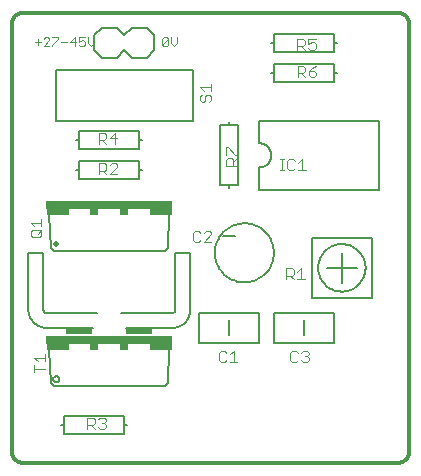
<source format=gto>
G75*
%MOIN*%
%OFA0B0*%
%FSLAX24Y24*%
%IPPOS*%
%LPD*%
%AMOC8*
5,1,8,0,0,1.08239X$1,22.5*
%
%ADD10C,0.0120*%
%ADD11C,0.0030*%
%ADD12C,0.0060*%
%ADD13R,0.0900X0.0200*%
%ADD14C,0.0040*%
%ADD15C,0.0200*%
%ADD16R,0.4200X0.0300*%
%ADD17R,0.0750X0.0200*%
%ADD18R,0.0300X0.0200*%
%ADD19C,0.0050*%
%ADD20C,0.0080*%
D10*
X000160Y000535D02*
X000160Y014785D01*
X000162Y014822D01*
X000167Y014858D01*
X000176Y014894D01*
X000189Y014929D01*
X000204Y014962D01*
X000223Y014993D01*
X000245Y015023D01*
X000270Y015050D01*
X000297Y015075D01*
X000327Y015097D01*
X000358Y015116D01*
X000391Y015131D01*
X000426Y015144D01*
X000462Y015153D01*
X000498Y015158D01*
X000535Y015160D01*
X013035Y015160D01*
X013072Y015158D01*
X013108Y015153D01*
X013144Y015144D01*
X013179Y015131D01*
X013212Y015116D01*
X013243Y015097D01*
X013273Y015075D01*
X013300Y015050D01*
X013325Y015023D01*
X013347Y014993D01*
X013366Y014962D01*
X013381Y014929D01*
X013394Y014894D01*
X013403Y014858D01*
X013408Y014822D01*
X013410Y014785D01*
X013410Y000535D01*
X013408Y000498D01*
X013403Y000462D01*
X013394Y000426D01*
X013381Y000391D01*
X013366Y000358D01*
X013347Y000327D01*
X013325Y000297D01*
X013300Y000270D01*
X013273Y000245D01*
X013243Y000223D01*
X013212Y000204D01*
X013179Y000189D01*
X013144Y000176D01*
X013108Y000167D01*
X013072Y000162D01*
X013035Y000160D01*
X000535Y000160D01*
X000498Y000162D01*
X000462Y000167D01*
X000426Y000176D01*
X000391Y000189D01*
X000358Y000204D01*
X000327Y000223D01*
X000297Y000245D01*
X000270Y000270D01*
X000245Y000297D01*
X000223Y000327D01*
X000204Y000358D01*
X000189Y000391D01*
X000176Y000426D01*
X000167Y000462D01*
X000162Y000498D01*
X000160Y000535D01*
D11*
X002675Y001300D02*
X002675Y001670D01*
X002860Y001670D01*
X002922Y001609D01*
X002922Y001485D01*
X002860Y001423D01*
X002675Y001423D01*
X002798Y001423D02*
X002922Y001300D01*
X003043Y001362D02*
X003105Y001300D01*
X003228Y001300D01*
X003290Y001362D01*
X003290Y001423D01*
X003228Y001485D01*
X003167Y001485D01*
X003228Y001485D02*
X003290Y001547D01*
X003290Y001609D01*
X003228Y001670D01*
X003105Y001670D01*
X003043Y001609D01*
X007063Y003587D02*
X007125Y003525D01*
X007249Y003525D01*
X007310Y003587D01*
X007432Y003525D02*
X007679Y003525D01*
X007555Y003525D02*
X007555Y003895D01*
X007432Y003772D01*
X007310Y003834D02*
X007249Y003895D01*
X007125Y003895D01*
X007063Y003834D01*
X007063Y003587D01*
X009438Y003587D02*
X009500Y003525D01*
X009624Y003525D01*
X009685Y003587D01*
X009807Y003587D02*
X009868Y003525D01*
X009992Y003525D01*
X010054Y003587D01*
X010054Y003648D01*
X009992Y003710D01*
X009930Y003710D01*
X009992Y003710D02*
X010054Y003772D01*
X010054Y003834D01*
X009992Y003895D01*
X009868Y003895D01*
X009807Y003834D01*
X009685Y003834D02*
X009624Y003895D01*
X009500Y003895D01*
X009438Y003834D01*
X009438Y003587D01*
X009560Y006275D02*
X009437Y006398D01*
X009499Y006398D02*
X009313Y006398D01*
X009313Y006275D02*
X009313Y006645D01*
X009499Y006645D01*
X009560Y006584D01*
X009560Y006460D01*
X009499Y006398D01*
X009682Y006275D02*
X009929Y006275D01*
X009805Y006275D02*
X009805Y006645D01*
X009682Y006522D01*
X006815Y007525D02*
X006568Y007525D01*
X006815Y007772D01*
X006815Y007834D01*
X006753Y007895D01*
X006630Y007895D01*
X006568Y007834D01*
X006447Y007834D02*
X006385Y007895D01*
X006262Y007895D01*
X006200Y007834D01*
X006200Y007587D01*
X006262Y007525D01*
X006385Y007525D01*
X006447Y007587D01*
X007300Y010063D02*
X007300Y010249D01*
X007361Y010310D01*
X007485Y010310D01*
X007547Y010249D01*
X007547Y010063D01*
X007670Y010063D02*
X007300Y010063D01*
X007547Y010187D02*
X007670Y010310D01*
X007670Y010432D02*
X007608Y010432D01*
X007361Y010679D01*
X007300Y010679D01*
X007300Y010432D01*
X009688Y013025D02*
X009688Y013395D01*
X009874Y013395D01*
X009935Y013334D01*
X009935Y013210D01*
X009874Y013148D01*
X009688Y013148D01*
X009812Y013148D02*
X009935Y013025D01*
X010057Y013087D02*
X010057Y013210D01*
X010242Y013210D01*
X010304Y013148D01*
X010304Y013087D01*
X010242Y013025D01*
X010118Y013025D01*
X010057Y013087D01*
X010057Y013210D02*
X010180Y013334D01*
X010304Y013395D01*
X010228Y013925D02*
X010105Y013925D01*
X010043Y013987D01*
X010043Y014110D02*
X010167Y014172D01*
X010228Y014172D01*
X010290Y014110D01*
X010290Y013987D01*
X010228Y013925D01*
X010043Y014110D02*
X010043Y014295D01*
X010290Y014295D01*
X009922Y014234D02*
X009922Y014110D01*
X009860Y014048D01*
X009675Y014048D01*
X009675Y013925D02*
X009675Y014295D01*
X009860Y014295D01*
X009922Y014234D01*
X009798Y014048D02*
X009922Y013925D01*
X005663Y014147D02*
X005566Y014050D01*
X005470Y014147D01*
X005470Y014340D01*
X005368Y014292D02*
X005368Y014098D01*
X005320Y014050D01*
X005223Y014050D01*
X005175Y014098D01*
X005368Y014292D01*
X005320Y014340D01*
X005223Y014340D01*
X005175Y014292D01*
X005175Y014098D01*
X005663Y014147D02*
X005663Y014340D01*
X002886Y014340D02*
X002886Y014147D01*
X002790Y014050D01*
X002693Y014147D01*
X002693Y014340D01*
X002592Y014340D02*
X002398Y014340D01*
X002398Y014195D01*
X002495Y014243D01*
X002543Y014243D01*
X002592Y014195D01*
X002592Y014098D01*
X002543Y014050D01*
X002447Y014050D01*
X002398Y014098D01*
X002297Y014195D02*
X002104Y014195D01*
X002249Y014340D01*
X002249Y014050D01*
X002002Y014195D02*
X001809Y014195D01*
X001708Y014292D02*
X001514Y014098D01*
X001514Y014050D01*
X001413Y014050D02*
X001220Y014050D01*
X001413Y014243D01*
X001413Y014292D01*
X001365Y014340D01*
X001268Y014340D01*
X001220Y014292D01*
X001118Y014195D02*
X000925Y014195D01*
X001022Y014292D02*
X001022Y014098D01*
X001514Y014340D02*
X001708Y014340D01*
X001708Y014292D01*
X003050Y011170D02*
X003235Y011170D01*
X003297Y011109D01*
X003297Y010985D01*
X003235Y010923D01*
X003050Y010923D01*
X003050Y010800D02*
X003050Y011170D01*
X003173Y010923D02*
X003297Y010800D01*
X003418Y010985D02*
X003665Y010985D01*
X003603Y010800D02*
X003603Y011170D01*
X003418Y010985D01*
X003493Y010145D02*
X003432Y010084D01*
X003493Y010145D02*
X003617Y010145D01*
X003679Y010084D01*
X003679Y010022D01*
X003432Y009775D01*
X003679Y009775D01*
X003310Y009775D02*
X003187Y009898D01*
X003249Y009898D02*
X003063Y009898D01*
X003063Y009775D02*
X003063Y010145D01*
X003249Y010145D01*
X003310Y010084D01*
X003310Y009960D01*
X003249Y009898D01*
D12*
X001410Y008460D02*
X001460Y007310D01*
X001560Y007210D01*
X005260Y007210D01*
X005360Y007310D01*
X005410Y008460D01*
X005610Y007160D02*
X005610Y005260D01*
X006110Y005260D02*
X006108Y005213D01*
X006103Y005166D01*
X006093Y005120D01*
X006081Y005075D01*
X006064Y005030D01*
X006045Y004988D01*
X006022Y004947D01*
X005995Y004907D01*
X005966Y004870D01*
X005934Y004836D01*
X005900Y004804D01*
X005863Y004775D01*
X005823Y004748D01*
X005782Y004725D01*
X005740Y004706D01*
X005695Y004689D01*
X005650Y004677D01*
X005604Y004667D01*
X005557Y004662D01*
X005510Y004660D01*
X003960Y004660D01*
X003810Y005160D02*
X005510Y005160D01*
X005527Y005162D01*
X005544Y005166D01*
X005560Y005173D01*
X005574Y005183D01*
X005587Y005196D01*
X005597Y005210D01*
X005604Y005226D01*
X005608Y005243D01*
X005610Y005260D01*
X006110Y005260D02*
X006110Y007160D01*
X005610Y007160D01*
X003010Y005160D02*
X001310Y005160D01*
X001310Y004660D02*
X001263Y004662D01*
X001216Y004667D01*
X001170Y004677D01*
X001125Y004689D01*
X001080Y004706D01*
X001038Y004725D01*
X000997Y004748D01*
X000957Y004775D01*
X000920Y004804D01*
X000886Y004836D01*
X000854Y004870D01*
X000825Y004907D01*
X000798Y004947D01*
X000775Y004988D01*
X000756Y005030D01*
X000739Y005075D01*
X000727Y005120D01*
X000717Y005166D01*
X000712Y005213D01*
X000710Y005260D01*
X000710Y007160D01*
X001210Y007160D01*
X001210Y005260D01*
X001212Y005243D01*
X001216Y005226D01*
X001223Y005210D01*
X001233Y005196D01*
X001246Y005183D01*
X001260Y005173D01*
X001276Y005166D01*
X001293Y005162D01*
X001310Y005160D01*
X001310Y004660D02*
X002860Y004660D01*
X001410Y003960D02*
X001460Y002810D01*
X001560Y002710D01*
X005260Y002710D01*
X005360Y002810D01*
X005410Y003960D01*
X001540Y002950D02*
X001542Y002970D01*
X001548Y002988D01*
X001557Y003006D01*
X001569Y003021D01*
X001584Y003033D01*
X001602Y003042D01*
X001620Y003048D01*
X001640Y003050D01*
X001660Y003048D01*
X001678Y003042D01*
X001696Y003033D01*
X001711Y003021D01*
X001723Y003006D01*
X001732Y002988D01*
X001738Y002970D01*
X001740Y002950D01*
X001738Y002930D01*
X001732Y002912D01*
X001723Y002894D01*
X001711Y002879D01*
X001696Y002867D01*
X001678Y002858D01*
X001660Y002852D01*
X001640Y002850D01*
X001620Y002852D01*
X001602Y002858D01*
X001584Y002867D01*
X001569Y002879D01*
X001557Y002894D01*
X001548Y002912D01*
X001542Y002930D01*
X001540Y002950D01*
X008410Y009260D02*
X008410Y010010D01*
X008449Y010012D01*
X008488Y010018D01*
X008526Y010027D01*
X008563Y010040D01*
X008599Y010057D01*
X008632Y010077D01*
X008664Y010101D01*
X008693Y010127D01*
X008719Y010156D01*
X008743Y010188D01*
X008763Y010221D01*
X008780Y010257D01*
X008793Y010294D01*
X008802Y010332D01*
X008808Y010371D01*
X008810Y010410D01*
X008808Y010449D01*
X008802Y010488D01*
X008793Y010526D01*
X008780Y010563D01*
X008763Y010599D01*
X008743Y010632D01*
X008719Y010664D01*
X008693Y010693D01*
X008664Y010719D01*
X008632Y010743D01*
X008599Y010763D01*
X008563Y010780D01*
X008526Y010793D01*
X008488Y010802D01*
X008449Y010808D01*
X008410Y010810D01*
X008410Y011560D01*
X012410Y011560D01*
X012410Y009260D01*
X008410Y009260D01*
D13*
X004410Y004560D03*
X002410Y004560D03*
D14*
X001270Y003789D02*
X001270Y003548D01*
X001270Y003668D02*
X000910Y003668D01*
X001030Y003548D01*
X000910Y003420D02*
X000910Y003180D01*
X000910Y003300D02*
X001270Y003300D01*
X001085Y007680D02*
X000845Y007680D01*
X000785Y007740D01*
X000785Y007860D01*
X000845Y007920D01*
X001085Y007920D01*
X001145Y007860D01*
X001145Y007740D01*
X001085Y007680D01*
X001025Y007800D02*
X001145Y007920D01*
X001145Y008048D02*
X001145Y008289D01*
X001145Y008168D02*
X000785Y008168D01*
X000905Y008048D01*
X006430Y012253D02*
X006490Y012193D01*
X006550Y012193D01*
X006610Y012253D01*
X006610Y012374D01*
X006670Y012434D01*
X006730Y012434D01*
X006790Y012374D01*
X006790Y012253D01*
X006730Y012193D01*
X006430Y012253D02*
X006430Y012374D01*
X006490Y012434D01*
X006550Y012562D02*
X006430Y012682D01*
X006790Y012682D01*
X006790Y012562D02*
X006790Y012802D01*
X009098Y010290D02*
X009218Y010290D01*
X009158Y010290D02*
X009158Y009930D01*
X009098Y009930D02*
X009218Y009930D01*
X009343Y009990D02*
X009403Y009930D01*
X009524Y009930D01*
X009584Y009990D01*
X009712Y009930D02*
X009952Y009930D01*
X009832Y009930D02*
X009832Y010290D01*
X009712Y010170D01*
X009584Y010230D02*
X009524Y010290D01*
X009403Y010290D01*
X009343Y010230D01*
X009343Y009990D01*
D15*
X001640Y007450D03*
D16*
X003410Y008760D03*
X003410Y004260D03*
D17*
X005135Y004010D03*
X001685Y004010D03*
X001685Y008510D03*
X005135Y008510D03*
D18*
X003910Y008510D03*
X002910Y008510D03*
X002910Y004010D03*
X003910Y004010D03*
D19*
X010160Y005660D02*
X010160Y007660D01*
X012160Y007660D01*
X012160Y005660D01*
X010160Y005660D01*
X010660Y006660D02*
X011160Y006660D01*
X010369Y006660D02*
X010371Y006716D01*
X010377Y006771D01*
X010387Y006826D01*
X010400Y006880D01*
X010418Y006933D01*
X010439Y006985D01*
X010464Y007035D01*
X010492Y007083D01*
X010523Y007129D01*
X010558Y007173D01*
X010596Y007214D01*
X010636Y007253D01*
X010679Y007288D01*
X010725Y007321D01*
X010773Y007350D01*
X010822Y007375D01*
X010873Y007397D01*
X010926Y007416D01*
X010980Y007430D01*
X011035Y007441D01*
X011090Y007448D01*
X011146Y007451D01*
X011202Y007450D01*
X011257Y007445D01*
X011313Y007436D01*
X011367Y007423D01*
X011420Y007407D01*
X011472Y007387D01*
X011523Y007363D01*
X011572Y007336D01*
X011618Y007305D01*
X011662Y007271D01*
X011704Y007234D01*
X011743Y007194D01*
X011780Y007152D01*
X011813Y007107D01*
X011843Y007060D01*
X011869Y007010D01*
X011892Y006959D01*
X011911Y006907D01*
X011927Y006853D01*
X011939Y006799D01*
X011947Y006744D01*
X011951Y006688D01*
X011951Y006632D01*
X011947Y006576D01*
X011939Y006521D01*
X011927Y006467D01*
X011911Y006413D01*
X011892Y006361D01*
X011869Y006310D01*
X011843Y006260D01*
X011813Y006213D01*
X011780Y006168D01*
X011743Y006126D01*
X011704Y006086D01*
X011662Y006049D01*
X011618Y006015D01*
X011572Y005984D01*
X011523Y005957D01*
X011472Y005933D01*
X011420Y005913D01*
X011367Y005897D01*
X011313Y005884D01*
X011257Y005875D01*
X011202Y005870D01*
X011146Y005869D01*
X011090Y005872D01*
X011035Y005879D01*
X010980Y005890D01*
X010926Y005904D01*
X010873Y005923D01*
X010822Y005945D01*
X010773Y005970D01*
X010725Y005999D01*
X010679Y006032D01*
X010636Y006067D01*
X010596Y006106D01*
X010558Y006147D01*
X010523Y006191D01*
X010492Y006237D01*
X010464Y006285D01*
X010439Y006335D01*
X010418Y006387D01*
X010400Y006440D01*
X010387Y006494D01*
X010377Y006549D01*
X010371Y006604D01*
X010369Y006660D01*
X011160Y006660D02*
X011160Y006160D01*
X011160Y006660D02*
X011660Y006660D01*
X011160Y006660D02*
X011160Y007160D01*
D20*
X010910Y005160D02*
X010910Y004160D01*
X008910Y004160D01*
X008910Y005160D01*
X010910Y005160D01*
X009910Y004910D02*
X009910Y004410D01*
X008410Y004160D02*
X008410Y005160D01*
X006410Y005160D01*
X006410Y004160D01*
X008410Y004160D01*
X007410Y004410D02*
X007410Y004910D01*
X006926Y007160D02*
X006928Y007222D01*
X006934Y007285D01*
X006944Y007346D01*
X006958Y007407D01*
X006975Y007467D01*
X006996Y007526D01*
X007022Y007583D01*
X007050Y007638D01*
X007082Y007692D01*
X007118Y007743D01*
X007156Y007793D01*
X007198Y007839D01*
X007242Y007883D01*
X007290Y007924D01*
X007339Y007962D01*
X007391Y007996D01*
X007445Y008027D01*
X007501Y008055D01*
X007559Y008079D01*
X007618Y008100D01*
X007678Y008116D01*
X007739Y008129D01*
X007801Y008138D01*
X007863Y008143D01*
X007926Y008144D01*
X007988Y008141D01*
X008050Y008134D01*
X008112Y008123D01*
X008172Y008108D01*
X008232Y008090D01*
X008290Y008068D01*
X008347Y008042D01*
X008402Y008012D01*
X008455Y007979D01*
X008506Y007943D01*
X008554Y007904D01*
X008600Y007861D01*
X008643Y007816D01*
X008683Y007768D01*
X008720Y007718D01*
X008754Y007665D01*
X008785Y007611D01*
X008811Y007555D01*
X008835Y007497D01*
X008854Y007437D01*
X008870Y007377D01*
X008882Y007315D01*
X008890Y007254D01*
X008894Y007191D01*
X008894Y007129D01*
X008890Y007066D01*
X008882Y007005D01*
X008870Y006943D01*
X008854Y006883D01*
X008835Y006823D01*
X008811Y006765D01*
X008785Y006709D01*
X008754Y006655D01*
X008720Y006602D01*
X008683Y006552D01*
X008643Y006504D01*
X008600Y006459D01*
X008554Y006416D01*
X008506Y006377D01*
X008455Y006341D01*
X008402Y006308D01*
X008347Y006278D01*
X008290Y006252D01*
X008232Y006230D01*
X008172Y006212D01*
X008112Y006197D01*
X008050Y006186D01*
X007988Y006179D01*
X007926Y006176D01*
X007863Y006177D01*
X007801Y006182D01*
X007739Y006191D01*
X007678Y006204D01*
X007618Y006220D01*
X007559Y006241D01*
X007501Y006265D01*
X007445Y006293D01*
X007391Y006324D01*
X007339Y006358D01*
X007290Y006396D01*
X007242Y006437D01*
X007198Y006481D01*
X007156Y006527D01*
X007118Y006577D01*
X007082Y006628D01*
X007050Y006682D01*
X007022Y006737D01*
X006996Y006794D01*
X006975Y006853D01*
X006958Y006913D01*
X006944Y006974D01*
X006934Y007035D01*
X006928Y007098D01*
X006926Y007160D01*
X007210Y007710D02*
X007610Y007710D01*
X007410Y009310D02*
X007410Y009410D01*
X007110Y009410D01*
X007110Y011410D01*
X007410Y011410D01*
X007410Y011510D01*
X007410Y011410D02*
X007710Y011410D01*
X007710Y009410D01*
X007410Y009410D01*
X006199Y011554D02*
X001621Y011554D01*
X001621Y013266D01*
X006199Y013266D01*
X006199Y011554D01*
X004510Y010910D02*
X004410Y010910D01*
X004410Y010610D01*
X002410Y010610D01*
X002410Y010910D01*
X002310Y010910D01*
X002410Y010910D02*
X002410Y011210D01*
X004410Y011210D01*
X004410Y010910D01*
X004410Y010210D02*
X004410Y009910D01*
X004510Y009910D01*
X004410Y009910D02*
X004410Y009610D01*
X002410Y009610D01*
X002410Y009910D01*
X002310Y009910D01*
X002410Y009910D02*
X002410Y010210D01*
X004410Y010210D01*
X004160Y013660D02*
X003910Y013910D01*
X003660Y013660D01*
X003160Y013660D01*
X002910Y013910D01*
X002910Y014410D01*
X003160Y014660D01*
X003660Y014660D01*
X003910Y014410D01*
X004160Y014660D01*
X004660Y014660D01*
X004910Y014410D01*
X004910Y013910D01*
X004660Y013660D01*
X004160Y013660D01*
X008810Y013160D02*
X008910Y013160D01*
X008910Y013460D01*
X010910Y013460D01*
X010910Y013160D01*
X011010Y013160D01*
X010910Y013160D02*
X010910Y012860D01*
X008910Y012860D01*
X008910Y013160D01*
X008910Y013860D02*
X008910Y014160D01*
X008810Y014160D01*
X008910Y014160D02*
X008910Y014460D01*
X010910Y014460D01*
X010910Y014160D01*
X011010Y014160D01*
X010910Y014160D02*
X010910Y013860D01*
X008910Y013860D01*
X003910Y001710D02*
X001910Y001710D01*
X001910Y001410D01*
X001810Y001410D01*
X001910Y001410D02*
X001910Y001110D01*
X003910Y001110D01*
X003910Y001410D01*
X004010Y001410D01*
X003910Y001410D02*
X003910Y001710D01*
M02*

</source>
